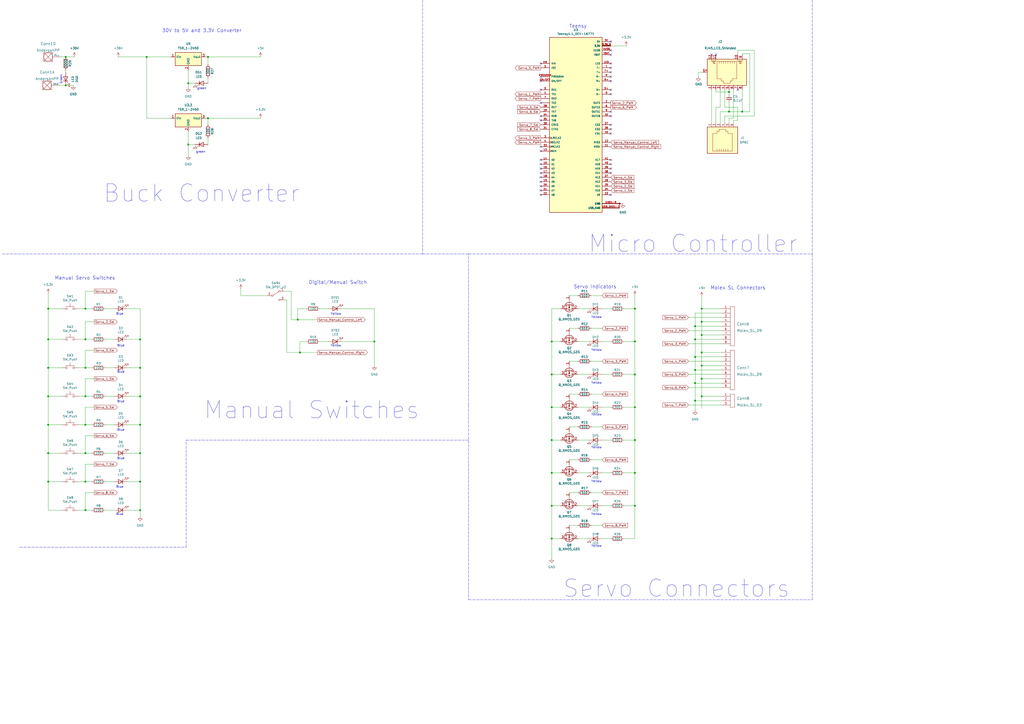
<source format=kicad_sch>
(kicad_sch (version 20211123) (generator eeschema)
  (paper "A2")
  (junction (at 320.04 236.22))
  (junction (at 27.94 196.85))
  (junction (at 120.65 68.58))
  (junction (at 320.04 255.27))
  (junction (at 403.225 189.23))
  (junction (at 49.53 246.38))
  (junction (at 368.3 293.37))
  (junction (at 49.53 262.89))
  (junction (at 49.53 295.91))
  (junction (at 422.91 64.77))
  (junction (at 81.28 279.4))
  (junction (at 320.04 198.12))
  (junction (at 403.225 196.85))
  (junction (at 407.035 194.31))
  (junction (at 368.3 198.12))
  (junction (at 173.99 204.47))
  (junction (at 320.04 217.17))
  (junction (at 49.53 196.85))
  (junction (at 49.53 229.87))
  (junction (at 403.225 222.25))
  (junction (at 407.035 204.47))
  (junction (at 217.17 198.12))
  (junction (at 81.28 229.87))
  (junction (at 407.035 219.71))
  (junction (at 109.22 48.26))
  (junction (at 368.3 217.17))
  (junction (at 49.53 279.4))
  (junction (at 422.91 53.34))
  (junction (at 407.035 179.07))
  (junction (at 407.035 186.69))
  (junction (at 320.04 274.32))
  (junction (at 27.94 262.89))
  (junction (at 368.3 255.27))
  (junction (at 368.3 179.07))
  (junction (at 81.28 295.91))
  (junction (at 120.65 33.02))
  (junction (at 368.3 236.22))
  (junction (at 359.41 118.11) (color 132 0 0 1))
  (junction (at 403.225 214.63))
  (junction (at 38.1 49.53))
  (junction (at 172.72 185.42))
  (junction (at 49.53 179.07))
  (junction (at 27.94 229.87))
  (junction (at 320.04 312.42))
  (junction (at 407.035 229.87))
  (junction (at 27.94 179.07))
  (junction (at 407.035 212.09))
  (junction (at 403.225 207.01))
  (junction (at 81.28 196.85))
  (junction (at 320.04 293.37))
  (junction (at 38.1 33.02))
  (junction (at 109.22 83.82))
  (junction (at 85.09 33.02))
  (junction (at 430.53 64.77))
  (junction (at 49.53 213.36))
  (junction (at 27.94 279.4))
  (junction (at 403.225 232.41))
  (junction (at 81.28 246.38))
  (junction (at 81.28 262.89))
  (junction (at 27.94 246.38))
  (junction (at 368.3 274.32))
  (junction (at 81.28 213.36))
  (junction (at 27.94 213.36))
  (no_connect (at 313.69 100.33))
  (no_connect (at 412.75 31.75))
  (no_connect (at 313.69 69.85))
  (no_connect (at 313.69 95.25))
  (no_connect (at 313.69 102.87))
  (no_connect (at 313.69 92.71))
  (no_connect (at 313.69 36.83))
  (no_connect (at 354.33 41.91))
  (no_connect (at 313.69 87.63))
  (no_connect (at 313.69 113.03))
  (no_connect (at 354.33 74.93))
  (no_connect (at 313.69 97.79))
  (no_connect (at 354.33 46.99))
  (no_connect (at 313.69 44.45))
  (no_connect (at 354.33 95.25))
  (no_connect (at 354.33 100.33))
  (no_connect (at 354.33 39.37))
  (no_connect (at 354.33 92.71))
  (no_connect (at 427.99 52.07))
  (no_connect (at 313.69 105.41))
  (no_connect (at 313.69 107.95))
  (no_connect (at 354.33 31.75))
  (no_connect (at 313.69 67.31))
  (no_connect (at 354.33 29.21))
  (no_connect (at 354.33 36.83))
  (no_connect (at 354.33 44.45))
  (no_connect (at 313.69 85.09))
  (no_connect (at 415.29 31.75))
  (no_connect (at 313.69 52.07))
  (no_connect (at 313.69 59.69))
  (no_connect (at 354.33 113.03))
  (no_connect (at 354.33 64.77))
  (no_connect (at 354.33 24.13))
  (no_connect (at 354.33 54.61))
  (no_connect (at 354.33 52.07))
  (no_connect (at 354.33 77.47))
  (no_connect (at 313.69 46.99))
  (no_connect (at 313.69 110.49))
  (no_connect (at 354.33 97.79))
  (no_connect (at 354.33 72.39))
  (no_connect (at 354.33 67.31))
  (wire (pts (xy 168.91 168.91) (xy 165.1 168.91)))
  (polyline (pts (xy 271.78 147.32) (xy 471.17 147.32)))
  (wire (pts (xy 109.22 40.64) (xy 109.22 48.26)))
  (wire (pts (xy 49.53 229.87) (xy 53.34 229.87)))
  (wire (pts (xy 412.75 52.07) (xy 412.75 71.12)))
  (wire (pts (xy 420.37 67.31) (xy 437.515 67.31)))
  (wire (pts (xy 320.04 236.22) (xy 320.04 255.27)))
  (wire (pts (xy 45.72 196.85) (xy 49.53 196.85)))
  (wire (pts (xy 418.465 181.61) (xy 403.225 181.61)))
  (wire (pts (xy 60.96 279.4) (xy 66.04 279.4)))
  (wire (pts (xy 325.12 198.12) (xy 320.04 198.12)))
  (wire (pts (xy 407.035 229.87) (xy 407.035 236.855)))
  (polyline (pts (xy 1.27 147.32) (xy 245.11 147.32)))
  (wire (pts (xy 418.465 234.95) (xy 399.415 234.95)))
  (wire (pts (xy 173.99 198.12) (xy 173.99 204.47)))
  (wire (pts (xy 120.65 72.39) (xy 120.65 68.58)))
  (wire (pts (xy 54.61 285.75) (xy 49.53 285.75)))
  (wire (pts (xy 35.56 213.36) (xy 27.94 213.36)))
  (wire (pts (xy 81.28 196.85) (xy 81.28 213.36)))
  (wire (pts (xy 330.2 228.6) (xy 335.28 228.6)))
  (wire (pts (xy 368.3 179.07) (xy 368.3 198.12)))
  (wire (pts (xy 166.37 173.99) (xy 165.1 173.99)))
  (wire (pts (xy 427.99 29.21) (xy 437.515 29.21)))
  (wire (pts (xy 38.1 49.53) (xy 34.925 49.53)))
  (wire (pts (xy 49.53 179.07) (xy 53.34 179.07)))
  (wire (pts (xy 120.65 68.58) (xy 151.13 68.58)))
  (wire (pts (xy 342.9 209.55) (xy 349.25 209.55)))
  (wire (pts (xy 27.94 246.38) (xy 27.94 229.87)))
  (polyline (pts (xy 245.11 0) (xy 245.11 147.32)))
  (wire (pts (xy 335.28 236.22) (xy 341.63 236.22)))
  (wire (pts (xy 330.2 285.75) (xy 335.28 285.75)))
  (wire (pts (xy 418.465 179.07) (xy 407.035 179.07)))
  (wire (pts (xy 434.975 64.77) (xy 430.53 64.77)))
  (wire (pts (xy 330.2 247.65) (xy 335.28 247.65)))
  (wire (pts (xy 73.66 213.36) (xy 81.28 213.36)))
  (wire (pts (xy 430.53 31.75) (xy 430.53 31.115)))
  (wire (pts (xy 418.465 212.09) (xy 407.035 212.09)))
  (wire (pts (xy 54.61 236.22) (xy 49.53 236.22)))
  (wire (pts (xy 325.12 179.07) (xy 320.04 179.07)))
  (wire (pts (xy 27.94 262.89) (xy 27.94 246.38)))
  (wire (pts (xy 368.3 179.07) (xy 368.3 171.45)))
  (wire (pts (xy 418.465 217.17) (xy 399.415 217.17)))
  (wire (pts (xy 407.035 212.09) (xy 407.035 219.71)))
  (wire (pts (xy 349.25 293.37) (xy 354.33 293.37)))
  (wire (pts (xy 320.04 255.27) (xy 320.04 274.32)))
  (wire (pts (xy 27.94 196.85) (xy 27.94 179.07)))
  (wire (pts (xy 349.25 255.27) (xy 354.33 255.27)))
  (wire (pts (xy 35.56 196.85) (xy 27.94 196.85)))
  (wire (pts (xy 45.72 262.89) (xy 49.53 262.89)))
  (wire (pts (xy 342.9 171.45) (xy 349.25 171.45)))
  (wire (pts (xy 403.225 196.85) (xy 403.225 207.01)))
  (wire (pts (xy 49.53 213.36) (xy 53.34 213.36)))
  (wire (pts (xy 45.72 246.38) (xy 49.53 246.38)))
  (wire (pts (xy 418.465 207.01) (xy 403.225 207.01)))
  (wire (pts (xy 363.22 26.67) (xy 354.33 26.67)))
  (wire (pts (xy 139.7 167.64) (xy 139.7 171.45)))
  (wire (pts (xy 27.94 295.91) (xy 27.94 279.4)))
  (wire (pts (xy 361.95 236.22) (xy 368.3 236.22)))
  (polyline (pts (xy 271.78 234.95) (xy 271.78 147.32)))
  (wire (pts (xy 185.42 179.07) (xy 190.5 179.07)))
  (wire (pts (xy 49.53 186.69) (xy 49.53 196.85)))
  (wire (pts (xy 27.94 279.4) (xy 27.94 262.89)))
  (wire (pts (xy 166.37 204.47) (xy 166.37 173.99)))
  (wire (pts (xy 417.83 64.77) (xy 417.83 71.12)))
  (wire (pts (xy 418.465 186.69) (xy 407.035 186.69)))
  (wire (pts (xy 166.37 204.47) (xy 173.99 204.47)))
  (wire (pts (xy 342.9 228.6) (xy 349.25 228.6)))
  (wire (pts (xy 415.29 62.23) (xy 415.29 71.12)))
  (wire (pts (xy 35.56 246.38) (xy 27.94 246.38)))
  (wire (pts (xy 81.28 262.89) (xy 81.28 279.4)))
  (wire (pts (xy 320.04 217.17) (xy 320.04 236.22)))
  (wire (pts (xy 119.38 33.02) (xy 120.65 33.02)))
  (wire (pts (xy 35.56 229.87) (xy 27.94 229.87)))
  (wire (pts (xy 73.66 279.4) (xy 81.28 279.4)))
  (wire (pts (xy 45.72 179.07) (xy 49.53 179.07)))
  (wire (pts (xy 49.53 295.91) (xy 53.34 295.91)))
  (wire (pts (xy 422.91 68.58) (xy 422.91 71.12)))
  (wire (pts (xy 109.22 83.82) (xy 113.03 83.82)))
  (wire (pts (xy 342.9 285.75) (xy 349.25 285.75)))
  (wire (pts (xy 422.91 53.34) (xy 422.91 54.61)))
  (wire (pts (xy 320.04 179.07) (xy 320.04 198.12)))
  (wire (pts (xy 325.12 293.37) (xy 320.04 293.37)))
  (wire (pts (xy 60.96 295.91) (xy 66.04 295.91)))
  (wire (pts (xy 415.29 53.34) (xy 422.91 53.34)))
  (wire (pts (xy 73.66 262.89) (xy 81.28 262.89)))
  (wire (pts (xy 330.2 209.55) (xy 335.28 209.55)))
  (wire (pts (xy 45.72 213.36) (xy 49.53 213.36)))
  (wire (pts (xy 420.37 62.23) (xy 427.99 62.23)))
  (wire (pts (xy 120.65 83.82) (xy 120.65 80.01)))
  (wire (pts (xy 198.12 179.07) (xy 217.17 179.07)))
  (wire (pts (xy 335.28 198.12) (xy 341.63 198.12)))
  (wire (pts (xy 45.72 295.91) (xy 49.53 295.91)))
  (wire (pts (xy 418.465 204.47) (xy 407.035 204.47)))
  (wire (pts (xy 54.61 219.71) (xy 49.53 219.71)))
  (wire (pts (xy 407.035 172.085) (xy 407.035 179.07)))
  (wire (pts (xy 81.28 279.4) (xy 81.28 295.91)))
  (wire (pts (xy 81.28 229.87) (xy 81.28 246.38)))
  (wire (pts (xy 335.28 274.32) (xy 341.63 274.32)))
  (wire (pts (xy 54.61 186.69) (xy 49.53 186.69)))
  (wire (pts (xy 368.3 312.42) (xy 368.3 293.37)))
  (wire (pts (xy 325.12 217.17) (xy 320.04 217.17)))
  (wire (pts (xy 418.465 232.41) (xy 403.225 232.41)))
  (wire (pts (xy 35.56 279.4) (xy 27.94 279.4)))
  (wire (pts (xy 120.65 33.02) (xy 151.13 33.02)))
  (wire (pts (xy 49.53 246.38) (xy 53.34 246.38)))
  (wire (pts (xy 427.99 69.85) (xy 425.45 69.85)))
  (wire (pts (xy 173.99 204.47) (xy 184.15 204.47)))
  (wire (pts (xy 217.17 179.07) (xy 217.17 198.12)))
  (wire (pts (xy 109.22 48.26) (xy 109.22 50.8)))
  (wire (pts (xy 81.28 179.07) (xy 81.28 196.85)))
  (wire (pts (xy 425.45 52.07) (xy 425.45 68.58)))
  (wire (pts (xy 418.465 189.23) (xy 403.225 189.23)))
  (wire (pts (xy 60.96 213.36) (xy 66.04 213.36)))
  (wire (pts (xy 418.465 199.39) (xy 399.415 199.39)))
  (wire (pts (xy 422.91 64.77) (xy 430.53 64.77)))
  (wire (pts (xy 154.94 171.45) (xy 139.7 171.45)))
  (wire (pts (xy 109.22 48.26) (xy 113.03 48.26)))
  (wire (pts (xy 168.91 168.91) (xy 168.91 185.42)))
  (wire (pts (xy 109.22 83.82) (xy 109.22 90.17)))
  (wire (pts (xy 49.53 219.71) (xy 49.53 229.87)))
  (wire (pts (xy 73.66 179.07) (xy 81.28 179.07)))
  (wire (pts (xy 85.09 68.58) (xy 85.09 33.02)))
  (wire (pts (xy 342.9 190.5) (xy 349.25 190.5)))
  (wire (pts (xy 217.17 198.12) (xy 198.12 198.12)))
  (wire (pts (xy 415.29 52.07) (xy 415.29 53.34)))
  (wire (pts (xy 403.225 189.23) (xy 403.225 196.85)))
  (wire (pts (xy 68.58 33.02) (xy 85.09 33.02)))
  (wire (pts (xy 418.465 191.77) (xy 399.415 191.77)))
  (wire (pts (xy 49.53 269.24) (xy 49.53 279.4)))
  (wire (pts (xy 54.61 203.2) (xy 49.53 203.2)))
  (wire (pts (xy 368.3 236.22) (xy 368.3 217.17)))
  (wire (pts (xy 38.1 40.64) (xy 38.1 41.91)))
  (polyline (pts (xy 271.78 234.95) (xy 271.78 347.98)))
  (wire (pts (xy 60.96 179.07) (xy 66.04 179.07)))
  (wire (pts (xy 325.12 312.42) (xy 320.04 312.42)))
  (wire (pts (xy 81.28 246.38) (xy 81.28 262.89)))
  (wire (pts (xy 38.1 33.02) (xy 43.18 33.02)))
  (wire (pts (xy 81.28 295.91) (xy 81.28 299.72)))
  (wire (pts (xy 342.9 266.7) (xy 349.25 266.7)))
  (wire (pts (xy 49.53 279.4) (xy 53.34 279.4)))
  (wire (pts (xy 418.465 209.55) (xy 399.415 209.55)))
  (wire (pts (xy 427.99 62.23) (xy 427.99 69.85)))
  (wire (pts (xy 330.2 171.45) (xy 335.28 171.45)))
  (wire (pts (xy 417.83 62.23) (xy 415.29 62.23)))
  (wire (pts (xy 60.96 246.38) (xy 66.04 246.38)))
  (wire (pts (xy 335.28 293.37) (xy 341.63 293.37)))
  (wire (pts (xy 60.96 229.87) (xy 66.04 229.87)))
  (wire (pts (xy 359.41 118.11) (xy 359.41 120.65)) (stroke (width 0) (color 132 0 0 1)))
  (wire (pts (xy 359.41 118.11) (xy 361.315 118.11)) (stroke (width 0) (color 132 0 0 1)))
  (wire (pts (xy 425.45 69.85) (xy 425.45 71.12)))
  (polyline (pts (xy 11.43 317.5) (xy 107.95 317.5)))
  (wire (pts (xy 349.25 217.17) (xy 354.33 217.17)))
  (wire (pts (xy 361.95 198.12) (xy 368.3 198.12)))
  (polyline (pts (xy 471.17 347.98) (xy 471.17 147.32)))
  (wire (pts (xy 418.465 229.87) (xy 407.035 229.87)))
  (wire (pts (xy 330.2 190.5) (xy 335.28 190.5)))
  (wire (pts (xy 35.56 295.91) (xy 27.94 295.91)))
  (wire (pts (xy 109.22 76.2) (xy 109.22 83.82)))
  (wire (pts (xy 27.94 229.87) (xy 27.94 213.36)))
  (wire (pts (xy 417.83 52.07) (xy 417.83 62.23)))
  (wire (pts (xy 119.38 68.58) (xy 120.65 68.58)))
  (wire (pts (xy 73.66 295.91) (xy 81.28 295.91)))
  (wire (pts (xy 361.95 293.37) (xy 368.3 293.37)))
  (wire (pts (xy 368.3 217.17) (xy 368.3 198.12)))
  (wire (pts (xy 403.225 232.41) (xy 403.225 238.125)))
  (wire (pts (xy 422.91 52.07) (xy 422.91 53.34)))
  (wire (pts (xy 320.04 198.12) (xy 320.04 217.17)))
  (wire (pts (xy 342.9 304.8) (xy 349.25 304.8)))
  (wire (pts (xy 418.465 214.63) (xy 403.225 214.63)))
  (wire (pts (xy 349.25 179.07) (xy 354.33 179.07)))
  (wire (pts (xy 422.91 64.77) (xy 417.83 64.77)))
  (wire (pts (xy 177.8 198.12) (xy 173.99 198.12)))
  (wire (pts (xy 54.61 252.73) (xy 49.53 252.73)))
  (wire (pts (xy 361.95 255.27) (xy 368.3 255.27)))
  (wire (pts (xy 54.61 168.91) (xy 49.53 168.91)))
  (wire (pts (xy 368.3 255.27) (xy 368.3 236.22)))
  (wire (pts (xy 185.42 198.12) (xy 190.5 198.12)))
  (wire (pts (xy 320.04 274.32) (xy 320.04 293.37)))
  (wire (pts (xy 405.13 44.45) (xy 405.13 41.91)))
  (wire (pts (xy 361.95 179.07) (xy 368.3 179.07)))
  (wire (pts (xy 368.3 274.32) (xy 368.3 255.27)))
  (wire (pts (xy 361.95 217.17) (xy 368.3 217.17)))
  (wire (pts (xy 45.72 229.87) (xy 49.53 229.87)))
  (wire (pts (xy 49.53 252.73) (xy 49.53 262.89)))
  (wire (pts (xy 349.25 236.22) (xy 354.33 236.22)))
  (wire (pts (xy 418.465 184.15) (xy 399.415 184.15)))
  (wire (pts (xy 434.975 31.115) (xy 434.975 64.77)))
  (wire (pts (xy 330.2 304.8) (xy 335.28 304.8)))
  (wire (pts (xy 407.035 204.47) (xy 407.035 212.09)))
  (wire (pts (xy 403.225 214.63) (xy 403.225 222.25)))
  (wire (pts (xy 335.28 179.07) (xy 341.63 179.07)))
  (wire (pts (xy 81.28 213.36) (xy 81.28 229.87)))
  (wire (pts (xy 420.37 52.07) (xy 420.37 62.23)))
  (wire (pts (xy 403.225 222.25) (xy 403.225 232.41)))
  (wire (pts (xy 349.25 312.42) (xy 354.33 312.42)))
  (wire (pts (xy 407.035 194.31) (xy 407.035 204.47)))
  (wire (pts (xy 49.53 196.85) (xy 53.34 196.85)))
  (wire (pts (xy 45.72 279.4) (xy 49.53 279.4)))
  (wire (pts (xy 418.465 194.31) (xy 407.035 194.31)))
  (polyline (pts (xy 471.17 0) (xy 471.17 147.32)))
  (wire (pts (xy 325.12 255.27) (xy 320.04 255.27)))
  (wire (pts (xy 168.91 185.42) (xy 172.72 185.42)))
  (wire (pts (xy 217.17 198.12) (xy 217.17 212.09)))
  (wire (pts (xy 407.035 186.69) (xy 407.035 194.31)))
  (wire (pts (xy 425.45 68.58) (xy 422.91 68.58)))
  (wire (pts (xy 73.66 229.87) (xy 81.28 229.87)))
  (wire (pts (xy 361.95 274.32) (xy 368.3 274.32)))
  (wire (pts (xy 85.09 33.02) (xy 99.06 33.02)))
  (polyline (pts (xy 271.78 347.98) (xy 471.17 347.98)))
  (wire (pts (xy 437.515 29.21) (xy 437.515 67.31)))
  (wire (pts (xy 49.53 203.2) (xy 49.53 213.36)))
  (wire (pts (xy 330.2 266.7) (xy 335.28 266.7)))
  (wire (pts (xy 420.37 67.31) (xy 420.37 71.12)))
  (wire (pts (xy 418.465 196.85) (xy 403.225 196.85)))
  (wire (pts (xy 35.56 262.89) (xy 27.94 262.89)))
  (wire (pts (xy 172.72 179.07) (xy 172.72 185.42)))
  (wire (pts (xy 418.465 222.25) (xy 403.225 222.25)))
  (wire (pts (xy 172.72 185.42) (xy 184.15 185.42)))
  (wire (pts (xy 405.13 41.91) (xy 407.67 41.91)))
  (wire (pts (xy 60.96 196.85) (xy 66.04 196.85)))
  (wire (pts (xy 325.12 236.22) (xy 320.04 236.22)))
  (polyline (pts (xy 271.78 147.32) (xy 245.11 147.32)))
  (wire (pts (xy 177.8 179.07) (xy 172.72 179.07)))
  (wire (pts (xy 418.465 219.71) (xy 407.035 219.71)))
  (wire (pts (xy 427.99 31.75) (xy 427.99 29.21)))
  (wire (pts (xy 349.25 198.12) (xy 354.33 198.12)))
  (wire (pts (xy 418.465 224.79) (xy 399.415 224.79)))
  (wire (pts (xy 49.53 236.22) (xy 49.53 246.38)))
  (wire (pts (xy 85.09 68.58) (xy 99.06 68.58)))
  (wire (pts (xy 422.91 59.69) (xy 422.91 64.77)))
  (wire (pts (xy 35.56 179.07) (xy 27.94 179.07)))
  (wire (pts (xy 403.225 189.23) (xy 403.225 181.61)))
  (wire (pts (xy 342.9 247.65) (xy 349.25 247.65)))
  (wire (pts (xy 320.04 312.42) (xy 320.04 323.85)))
  (wire (pts (xy 407.035 219.71) (xy 407.035 229.87)))
  (wire (pts (xy 335.28 217.17) (xy 341.63 217.17)))
  (wire (pts (xy 27.94 213.36) (xy 27.94 196.85)))
  (wire (pts (xy 73.66 246.38) (xy 81.28 246.38)))
  (wire (pts (xy 407.035 179.07) (xy 407.035 186.69)))
  (wire (pts (xy 35.56 33.02) (xy 38.1 33.02)))
  (wire (pts (xy 38.1 49.53) (xy 42.545 49.53)))
  (wire (pts (xy 430.53 64.77) (xy 430.53 52.07)))
  (wire (pts (xy 120.65 37.465) (xy 120.65 33.02)))
  (wire (pts (xy 335.28 255.27) (xy 341.63 255.27)))
  (polyline (pts (xy 107.95 317.5) (xy 107.95 255.27)))
  (wire (pts (xy 120.65 48.26) (xy 120.65 45.085)))
  (wire (pts (xy 54.61 269.24) (xy 49.53 269.24)))
  (wire (pts (xy 320.04 293.37) (xy 320.04 312.42)))
  (wire (pts (xy 49.53 168.91) (xy 49.53 179.07)))
  (wire (pts (xy 27.94 179.07) (xy 27.94 170.18)))
  (wire (pts (xy 60.96 262.89) (xy 66.04 262.89)))
  (polyline (pts (xy 107.95 255.27) (xy 271.78 255.27)))
  (wire (pts (xy 361.95 312.42) (xy 368.3 312.42)))
  (wire (pts (xy 73.66 196.85) (xy 81.28 196.85)))
  (wire (pts (xy 430.53 31.115) (xy 434.975 31.115)))
  (wire (pts (xy 349.25 274.32) (xy 354.33 274.32)))
  (wire (pts (xy 49.53 285.75) (xy 49.53 295.91)))
  (wire (pts (xy 403.225 207.01) (xy 403.225 214.63)))
  (wire (pts (xy 49.53 262.89) (xy 53.34 262.89)))
  (wire (pts (xy 335.28 312.42) (xy 341.63 312.42)))
  (wire (pts (xy 368.3 293.37) (xy 368.3 274.32)))
  (wire (pts (xy 325.12 274.32) (xy 320.04 274.32)))
  (text "Yellow" (at 342.9 241.3 0) (effects (font (size 1.27 1.27)) (justify left bottom)))
  (text "Servo Indicators" (at 332.74 167.64 0) (effects (font (size 2.0066 2.0066)) (justify left bottom)))
  (text "Blue" (at 67.31 283.21 0) (effects (font (size 1.27 1.27)) (justify left bottom)))
  (text "Teensy" (at 330.2 16.51 0) (effects (font (size 2.0066 2.0066)) (justify left bottom)))
  (text "Manual Servo Switches" (at 31.75 162.56 0) (effects (font (size 2.0066 2.0066)) (justify left bottom)))
  (text "Molex SL Connectors" (at 412.115 168.275 0) (effects (font (size 2.0066 2.0066)) (justify left bottom)))
  (text "Yellow" (at 191.77 201.295 0) (effects (font (size 1.27 1.27)) (justify left bottom)))
  (text "Yellow" (at 342.9 317.5 0) (effects (font (size 1.27 1.27)) (justify left bottom)))
  (text "Buck Converter" (at 59.69 118.11 0) (effects (font (size 10 10)) (justify left bottom)))
  (text "green" (at 113.665 88.9 0) (effects (font (size 1.27 1.27)) (justify left bottom)))
  (text "Yellow" (at 342.9 222.885 0) (effects (font (size 1.27 1.27)) (justify left bottom)))
  (text "Blue" (at 67.945 266.7 0) (effects (font (size 1.27 1.27)) (justify left bottom)))
  (text "Micro Controller" (at 340.995 147.32 0) (effects (font (size 10 10)) (justify left bottom)))
  (text "Blue" (at 67.31 182.88 0) (effects (font (size 1.27 1.27)) (justify left bottom)))
  (text "Yellow" (at 191.77 182.88 0) (effects (font (size 1.27 1.27)) (justify left bottom)))
  (text "Blue" (at 67.945 233.68 0) (effects (font (size 1.27 1.27)) (justify left bottom)))
  (text "30V to 5V and 3.3V Converter" (at 93.98 19.05 0) (effects (font (size 2.0066 2.0066)) (justify left bottom)))
  (text "Blue" (at 67.945 250.19 0) (effects (font (size 1.27 1.27)) (justify left bottom)))
  (text "Yellow" (at 342.9 280.035 0) (effects (font (size 1.27 1.27)) (justify left bottom)))
  (text "Manual Switches" (at 118.11 243.84 0) (effects (font (size 10 10)) (justify left bottom)))
  (text "Digital/Manual Switch" (at 179.07 165.1 0) (effects (font (size 2.0066 2.0066)) (justify left bottom)))
  (text "Yellow" (at 342.9 299.085 0) (effects (font (size 1.27 1.27)) (justify left bottom)))
  (text "Green\n" (at 36.195 43.18 270) (effects (font (size 1.27 1.27)) (justify right bottom)))
  (text "Blue" (at 67.31 299.085 0) (effects (font (size 1.27 1.27)) (justify left bottom)))
  (text "Blue" (at 67.945 201.295 0) (effects (font (size 1.27 1.27)) (justify left bottom)))
  (text "Blue" (at 67.945 216.535 0) (effects (font (size 1.27 1.27)) (justify left bottom)))
  (text "green" (at 114.3 52.07 0) (effects (font (size 1.27 1.27)) (justify left bottom)))
  (text "Servo Connectors" (at 326.39 347.345 0) (effects (font (size 10 10)) (justify left bottom)))
  (text "Yellow" (at 342.9 203.835 0) (effects (font (size 1.27 1.27)) (justify left bottom)))
  (text "Yellow" (at 342.9 260.35 0) (effects (font (size 1.27 1.27)) (justify left bottom)))
  (text "Yellow" (at 342.9 184.785 0) (effects (font (size 1.27 1.27)) (justify left bottom)))
  (global_label "Servo_8_SW" (shape input) (at 313.69 74.93 180) (property "Intersheet References" "${INTERSHEET_REFS}" (effects hide)))
  (global_label "Servo_Manual_Control_Left" (shape output) (at 184.15 185.42 0) (property "Intersheet References" "${INTERSHEET_REFS}" (effects hide)))
  (global_label "Servo_1_PWM" (shape input) (at 399.415 184.15 180) (property "Intersheet References" "${INTERSHEET_REFS}" (effects hide)))
  (global_label "Servo_8_SW" (shape output) (at 54.61 285.75 0) (property "Intersheet References" "${INTERSHEET_REFS}" (effects hide)))
  (global_label "Servo_Manual_Control_Right" (shape input) (at 354.33 85.09 0) (property "Intersheet References" "${INTERSHEET_REFS}" (effects hide)))
  (global_label "Servo_7_PWM" (shape input) (at 349.25 285.75 0) (property "Intersheet References" "${INTERSHEET_REFS}" (effects hide)))
  (global_label "Servo_1_SW" (shape output) (at 54.61 168.91 0) (property "Intersheet References" "${INTERSHEET_REFS}" (effects hide)))
  (global_label "Servo_4_PWM" (shape input) (at 349.25 228.6 0) (property "Intersheet References" "${INTERSHEET_REFS}" (effects hide)))
  (global_label "Servo_2_SW" (shape output) (at 54.61 186.69 0) (property "Intersheet References" "${INTERSHEET_REFS}" (effects hide)))
  (global_label "Servo_3_PWM" (shape input) (at 349.25 209.55 0) (property "Intersheet References" "${INTERSHEET_REFS}" (effects hide)))
  (global_label "Servo_6_PWM" (shape output) (at 354.33 62.23 0) (property "Intersheet References" "${INTERSHEET_REFS}" (effects hide)))
  (global_label "Servo_2_PWM" (shape input) (at 399.415 191.77 180) (property "Intersheet References" "${INTERSHEET_REFS}" (effects hide)))
  (global_label "Servo_6_PWM" (shape input) (at 399.415 224.79 180) (property "Intersheet References" "${INTERSHEET_REFS}" (effects hide)))
  (global_label "Servo_3_PWM" (shape input) (at 399.415 199.39 180) (property "Intersheet References" "${INTERSHEET_REFS}" (effects hide)))
  (global_label "Servo_4_PWM" (shape output) (at 313.69 82.55 180) (property "Intersheet References" "${INTERSHEET_REFS}" (effects hide)))
  (global_label "Servo_5_SW" (shape output) (at 54.61 236.22 0) (property "Intersheet References" "${INTERSHEET_REFS}" (effects hide)))
  (global_label "Servo_5_SW" (shape input) (at 313.69 62.23 180) (property "Intersheet References" "${INTERSHEET_REFS}" (effects hide)))
  (global_label "Servo_5_PWM" (shape input) (at 399.415 217.17 180) (property "Intersheet References" "${INTERSHEET_REFS}" (effects hide)))
  (global_label "Servo_7_PWM" (shape input) (at 399.415 234.95 180) (property "Intersheet References" "${INTERSHEET_REFS}" (effects hide)))
  (global_label "Servo_7_SW" (shape input) (at 313.69 72.39 180) (property "Intersheet References" "${INTERSHEET_REFS}" (effects hide)))
  (global_label "Servo_Manual_Control_Right" (shape output) (at 184.15 204.47 0) (property "Intersheet References" "${INTERSHEET_REFS}" (effects hide)))
  (global_label "Servo_8_PWM" (shape input) (at 349.25 304.8 0) (property "Intersheet References" "${INTERSHEET_REFS}" (effects hide)))
  (global_label "Servo_4_SW" (shape input) (at 354.33 102.87 0) (property "Intersheet References" "${INTERSHEET_REFS}" (effects hide)))
  (global_label "Servo_6_SW" (shape input) (at 313.69 64.77 180) (property "Intersheet References" "${INTERSHEET_REFS}" (effects hide)))
  (global_label "Servo_3_SW" (shape input) (at 354.33 105.41 0) (property "Intersheet References" "${INTERSHEET_REFS}" (effects hide)))
  (global_label "Servo_3_PWM" (shape output) (at 313.69 80.01 180) (property "Intersheet References" "${INTERSHEET_REFS}" (effects hide)))
  (global_label "Servo_4_SW" (shape output) (at 54.61 219.71 0) (property "Intersheet References" "${INTERSHEET_REFS}" (effects hide)))
  (global_label "Servo_6_PWM" (shape input) (at 349.25 266.7 0) (property "Intersheet References" "${INTERSHEET_REFS}" (effects hide)))
  (global_label "Servo_Manual_Control_Left" (shape input) (at 354.33 82.55 0) (property "Intersheet References" "${INTERSHEET_REFS}" (effects hide)))
  (global_label "Servo_7_PWM" (shape output) (at 313.69 57.15 180) (property "Intersheet References" "${INTERSHEET_REFS}" (effects hide)))
  (global_label "Servo_2_SW" (shape input) (at 354.33 107.95 0) (property "Intersheet References" "${INTERSHEET_REFS}" (effects hide)))
  (global_label "Servo_1_PWM" (shape output) (at 313.69 54.61 180) (property "Intersheet References" "${INTERSHEET_REFS}" (effects hide)))
  (global_label "Servo_5_PWM" (shape input) (at 349.25 247.65 0) (property "Intersheet References" "${INTERSHEET_REFS}" (effects hide)))
  (global_label "Servo_1_PWM" (shape input) (at 349.25 171.45 0) (property "Intersheet References" "${INTERSHEET_REFS}" (effects hide)))
  (global_label "Servo_7_SW" (shape output) (at 54.61 269.24 0) (property "Intersheet References" "${INTERSHEET_REFS}" (effects hide)))
  (global_label "Servo_1_SW" (shape input) (at 354.33 110.49 0) (property "Intersheet References" "${INTERSHEET_REFS}" (effects hide)))
  (global_label "Servo_5_PWM" (shape output) (at 313.69 39.37 180) (property "Intersheet References" "${INTERSHEET_REFS}" (effects hide)))
  (global_label "Servo_3_SW" (shape output) (at 54.61 203.2 0) (property "Intersheet References" "${INTERSHEET_REFS}" (effects hide)))
  (global_label "Servo_2_PWM" (shape input) (at 349.25 190.5 0) (property "Intersheet References" "${INTERSHEET_REFS}" (effects hide)))
  (global_label "Servo_4_PWM" (shape input) (at 399.415 209.55 180) (property "Intersheet References" "${INTERSHEET_REFS}" (effects hide)))
  (global_label "Servo_6_SW" (shape output) (at 54.61 252.73 0) (property "Intersheet References" "${INTERSHEET_REFS}" (effects hide)))
  (global_label "Servo_2_PWM" (shape output) (at 354.33 59.69 0) (property "Intersheet References" "${INTERSHEET_REFS}" (effects hide)))
  (symbol (lib_id "Device:Q_NMOS_GDS") (at 330.2 309.88 270) (unit 1)
    (property "Reference" "Q8" (at 330.2 316.2046 90))
    (property "Value" "Q_NMOS_GDS" (at 330.2 318.516 90))
    (property "Footprint" "Package_TO_SOT_SMD:SOT-23" (effects hide))
  )
  (symbol (lib_id "power:GND") (at 320.04 323.85 0) (unit 1)
    (property "Reference" "#PWR05" (effects hide))
    (property "Value" "GND" (at 320.04 328.93 0))
  )
  (symbol (lib_id "Device:R") (at 57.15 196.85 270) (unit 1)
    (property "Reference" "R2" (at 57.15 194.31 90))
    (property "Value" "100" (at 57.15 196.85 90))
    (property "Footprint" "Resistor_SMD:R_0603_1608Metric_Pad0.98x0.95mm_HandSolder" (effects hide))
  )
  (symbol (lib_id "Device:R") (at 358.14 179.07 270) (unit 1)
    (property "Reference" "R19" (at 358.14 176.53 90))
    (property "Value" "300" (at 358.14 179.07 90))
    (property "Footprint" "Resistor_SMD:R_0603_1608Metric_Pad0.98x0.95mm_HandSolder" (effects hide))
  )
  (symbol (lib_id "power:+3.3V") (at 151.13 68.58 0) (unit 1)
    (property "Reference" "#PWR0106" (effects hide))
    (property "Value" "+3.3V" (at 151.13 63.5 0))
  )
  (symbol (lib_id "Switch:SW_Push") (at 40.64 279.4 0) (unit 1)
    (property "Reference" "SW7" (at 40.64 272.161 0))
    (property "Value" "SW_Push" (at 40.64 274.4724 0))
    (property "Footprint" "Button_Switch_SMD:SW_SPST_EVPBF" (effects hide))
  )
  (symbol (lib_id "Device:LED") (at 69.85 179.07 180) (unit 1)
    (property "Reference" "D1" (at 70.0278 172.593 0))
    (property "Value" "LED" (at 70.0278 174.9044 0))
    (property "Footprint" "LED_SMD:LED_0603_1608Metric_Pad1.05x0.95mm_HandSolder" (effects hide))
  )
  (symbol (lib_id "Device:Q_NMOS_GDS") (at 330.2 271.78 270) (unit 1)
    (property "Reference" "Q6" (at 330.2 278.1046 90))
    (property "Value" "Q_NMOS_GDS" (at 330.2 280.416 90))
    (property "Footprint" "Package_TO_SOT_SMD:SOT-23" (effects hide))
  )
  (symbol (lib_id "MRDT_Connectors:Molex_SL_03") (at 423.545 236.22 0) (unit 1)
    (property "Reference" "Conn8" (at 427.355 231.14 0) (effects (font (size 1.524 1.524)) (justify left)))
    (property "Value" "Molex_SL_03" (at 427.355 234.95 0) (effects (font (size 1.524 1.524)) (justify left)))
  )
  (symbol (lib_id "power:GND") (at 109.22 50.8 0) (unit 1)
    (property "Reference" "#PWR0105" (effects hide))
    (property "Value" "GND" (at 109.22 55.88 0))
  )
  (symbol (lib_id "Device:R") (at 181.61 179.07 270) (unit 1)
    (property "Reference" "R9" (at 181.61 176.53 90))
    (property "Value" "100" (at 181.61 179.07 90))
    (property "Footprint" "Resistor_SMD:R_0603_1608Metric_Pad0.98x0.95mm_HandSolder" (effects hide))
  )
  (symbol (lib_id "Device:LED") (at 116.84 48.26 0) (unit 1)
    (property "Reference" "DG1" (at 115.2525 41.91 0))
    (property "Value" "LED" (at 115.2525 44.45 0))
  )
  (symbol (lib_id "Regulator_Switching:TSR_1-2450") (at 109.22 35.56 0) (unit 1)
    (property "Reference" "U5" (at 109.22 25.4 0))
    (property "Value" "TSR_1-2450" (at 109.22 27.94 0))
    (property "Footprint" "Converter_DCDC:Converter_DCDC_TRACO_TSR-1_THT" (effects hide))
    (property "Datasheet" "http://www.tracopower.com/products/tsr1.pdf" (effects hide))
  )
  (symbol (lib_id "Device:LED") (at 345.44 293.37 0) (unit 1)
    (property "Reference" "DY7" (at 345.44 290.83 0))
    (property "Value" "LED" (at 345.44 295.91 0))
    (property "Footprint" "LED_SMD:LED_0603_1608Metric_Pad1.05x0.95mm_HandSolder" (effects hide))
  )
  (symbol (lib_id "Device:Q_NMOS_GDS") (at 330.2 195.58 270) (unit 1)
    (property "Reference" "Q2" (at 330.2 201.9046 90))
    (property "Value" "Q_NMOS_GDS" (at 330.2 204.216 90))
    (property "Footprint" "Package_TO_SOT_SMD:SOT-23" (effects hide))
  )
  (symbol (lib_id "Device:R") (at 358.14 293.37 270) (unit 1)
    (property "Reference" "R25" (at 358.14 290.83 90))
    (property "Value" "300" (at 358.14 293.37 90))
    (property "Footprint" "Resistor_SMD:R_0603_1608Metric_Pad0.98x0.95mm_HandSolder" (effects hide))
  )
  (symbol (lib_id "power:+3.3V") (at 27.94 170.18 0) (unit 1)
    (property "Reference" "#PWR01" (effects hide))
    (property "Value" "+3.3V" (at 27.94 165.1 0))
  )
  (symbol (lib_id "Device:R") (at 358.14 274.32 270) (unit 1)
    (property "Reference" "R24" (at 358.14 271.78 90))
    (property "Value" "300" (at 358.14 274.32 90))
    (property "Footprint" "Resistor_SMD:R_0603_1608Metric_Pad0.98x0.95mm_HandSolder" (effects hide))
  )
  (symbol (lib_id "Device:LED") (at 345.44 255.27 0) (unit 1)
    (property "Reference" "DY5" (at 345.44 252.73 0))
    (property "Value" "LED" (at 345.44 257.81 0))
    (property "Footprint" "LED_SMD:LED_0603_1608Metric_Pad1.05x0.95mm_HandSolder" (effects hide))
  )
  (symbol (lib_id "Device:R") (at 339.09 266.7 270) (unit 1)
    (property "Reference" "R16" (at 339.09 264.16 90))
    (property "Value" "510" (at 339.09 266.7 90))
    (property "Footprint" "Resistor_SMD:R_0603_1608Metric_Pad0.98x0.95mm_HandSolder" (effects hide))
  )
  (symbol (lib_id "Device:Q_NMOS_GDS") (at 330.2 214.63 270) (unit 1)
    (property "Reference" "Q3" (at 330.2 220.9546 90))
    (property "Value" "Q_NMOS_GDS" (at 330.2 223.266 90))
    (property "Footprint" "Package_TO_SOT_SMD:SOT-23" (effects hide))
  )
  (symbol (lib_id "Device:R") (at 38.1 36.83 180) (unit 1)
    (property "Reference" "R29" (at 40.64 36.83 90))
    (property "Value" "3000" (at 38.1 36.83 90))
    (property "Footprint" "Resistor_SMD:R_0603_1608Metric_Pad0.98x0.95mm_HandSolder" (effects hide))
  )
  (symbol (lib_id "Device:R") (at 120.65 76.2 180) (unit 1)
    (property "Reference" "R28" (at 123.19 76.2 90))
    (property "Value" "100" (at 120.65 76.2 90))
    (property "Footprint" "Resistor_SMD:R_0603_1608Metric_Pad0.98x0.95mm_HandSolder" (effects hide))
  )
  (symbol (lib_id "Device:LED") (at 345.44 274.32 0) (unit 1)
    (property "Reference" "DY6" (at 345.44 271.78 0))
    (property "Value" "LED" (at 345.44 276.86 0))
    (property "Footprint" "LED_SMD:LED_0603_1608Metric_Pad1.05x0.95mm_HandSolder" (effects hide))
  )
  (symbol (lib_id "MRDT_Connectors:AndersonPP") (at 24.765 52.07 0) (unit 1)
    (property "Reference" "Conn1" (at 27.305 41.91 0) (effects (font (size 1.524 1.524))))
    (property "Value" "AndersonPP" (at 27.305 45.72 0) (effects (font (size 1.524 1.524))))
    (property "Footprint" "MRDT_Connectors:Square_Anderson_2_H_Side_By_Side_PV" (effects hide))
  )
  (symbol (lib_id "Device:R") (at 358.14 198.12 270) (unit 1)
    (property "Reference" "R20" (at 358.14 195.58 90))
    (property "Value" "300" (at 358.14 198.12 90))
    (property "Footprint" "Resistor_SMD:R_0603_1608Metric_Pad0.98x0.95mm_HandSolder" (effects hide))
  )
  (symbol (lib_id "Device:R") (at 57.15 279.4 270) (unit 1)
    (property "Reference" "R7" (at 57.15 276.86 90))
    (property "Value" "100" (at 57.15 279.4 90))
    (property "Footprint" "Resistor_SMD:R_0603_1608Metric_Pad0.98x0.95mm_HandSolder" (effects hide))
  )
  (symbol (lib_id "Device:LED") (at 345.44 179.07 0) (unit 1)
    (property "Reference" "DY1" (at 345.44 176.53 0))
    (property "Value" "LED" (at 345.44 181.61 0))
    (property "Footprint" "LED_SMD:LED_0603_1608Metric_Pad1.05x0.95mm_HandSolder" (effects hide))
  )
  (symbol (lib_id "power:+5V") (at 151.13 33.02 0) (unit 1)
    (property "Reference" "#PWR0107" (effects hide))
    (property "Value" "+5V" (at 151.13 27.94 0))
  )
  (symbol (lib_id "Device:LED") (at 69.85 279.4 180) (unit 1)
    (property "Reference" "D7" (at 70.0278 272.923 0))
    (property "Value" "LED" (at 70.0278 275.2344 0))
    (property "Footprint" "LED_SMD:LED_0603_1608Metric_Pad1.05x0.95mm_HandSolder" (effects hide))
  )
  (symbol (lib_id "power:GND") (at 42.545 49.53 0) (unit 1)
    (property "Reference" "#PWR0101" (effects hide))
    (property "Value" "GND" (at 42.545 54.61 0))
  )
  (symbol (lib_id "Switch:SW_Push") (at 40.64 229.87 0) (unit 1)
    (property "Reference" "SW4" (at 40.64 222.631 0))
    (property "Value" "SW_Push" (at 40.64 224.9424 0))
    (property "Footprint" "Button_Switch_SMD:SW_SPST_EVPBF" (effects hide))
  )
  (symbol (lib_id "Device:LED") (at 194.31 198.12 180) (unit 1)
    (property "Reference" "DY02" (at 194.4878 191.643 0))
    (property "Value" "LED" (at 194.4878 193.9544 0))
    (property "Footprint" "LED_SMD:LED_0603_1608Metric_Pad1.05x0.95mm_HandSolder" (effects hide))
  )
  (symbol (lib_id "Device:Q_NMOS_GDS") (at 330.2 233.68 270) (unit 1)
    (property "Reference" "Q4" (at 330.2 240.0046 90))
    (property "Value" "Q_NMOS_GDS" (at 330.2 242.316 90))
    (property "Footprint" "Package_TO_SOT_SMD:SOT-23" (effects hide))
  )
  (symbol (lib_id "power:+3.3V") (at 139.7 167.64 0) (unit 1)
    (property "Reference" "#PWR03" (effects hide))
    (property "Value" "+3.3V" (at 139.7 162.56 0))
  )
  (symbol (lib_id "power:+36V") (at 68.58 33.02 0) (unit 1)
    (property "Reference" "#PWR0104" (effects hide))
    (property "Value" "+36V" (at 68.58 27.94 0))
  )
  (symbol (lib_id "power:GND") (at 217.17 212.09 0) (unit 1)
    (property "Reference" "#PWR04" (effects hide))
    (property "Value" "GND" (at 217.17 217.17 0))
  )
  (symbol (lib_id "power:+5V") (at 407.035 172.085 0) (unit 1)
    (property "Reference" "#PWR011" (effects hide))
    (property "Value" "+5V" (at 407.035 167.005 0))
  )
  (symbol (lib_id "power:+3.3V") (at 363.22 26.67 0) (unit 1)
    (property "Reference" "#PWR07" (effects hide))
    (property "Value" "+3.3V" (at 363.22 21.59 0))
  )
  (symbol (lib_id "Device:R") (at 57.15 246.38 270) (unit 1)
    (property "Reference" "R5" (at 57.15 243.84 90))
    (property "Value" "100" (at 57.15 246.38 90))
    (property "Footprint" "Resistor_SMD:R_0603_1608Metric_Pad0.98x0.95mm_HandSolder" (effects hide))
  )
  (symbol (lib_id "Device:R") (at 181.61 198.12 270) (unit 1)
    (property "Reference" "R10" (at 181.61 195.58 90))
    (property "Value" "100" (at 181.61 198.12 90))
    (property "Footprint" "Resistor_SMD:R_0603_1608Metric_Pad0.98x0.95mm_HandSolder" (effects hide))
  )
  (symbol (lib_id "Device:LED") (at 69.85 262.89 180) (unit 1)
    (property "Reference" "D6" (at 70.0278 256.413 0))
    (property "Value" "LED" (at 70.0278 258.7244 0))
    (property "Footprint" "LED_SMD:LED_0603_1608Metric_Pad1.05x0.95mm_HandSolder" (effects hide))
  )
  (symbol (lib_id "Switch:SW_Push") (at 40.64 262.89 0) (unit 1)
    (property "Reference" "SW6" (at 40.64 255.651 0))
    (property "Value" "SW_Push" (at 40.64 257.9624 0))
    (property "Footprint" "Button_Switch_SMD:SW_SPST_EVPBF" (effects hide))
  )
  (symbol (lib_id "Regulator_Switching:TSR_1-2450") (at 109.22 71.12 0) (unit 1)
    (property "Reference" "U3.3" (at 109.22 60.96 0))
    (property "Value" "TSR_1-2450" (at 109.22 63.5 0))
    (property "Footprint" "Converter_DCDC:Converter_DCDC_TRACO_TSR-1_THT" (effects hide))
    (property "Datasheet" "http://www.tracopower.com/products/tsr1.pdf" (effects hide))
  )
  (symbol (lib_id "Switch:SW_Push") (at 40.64 179.07 0) (unit 1)
    (property "Reference" "SW1" (at 40.64 171.831 0))
    (property "Value" "SW_Push" (at 40.64 174.1424 0))
    (property "Footprint" "Button_Switch_SMD:SW_SPST_EVPBF" (effects hide))
  )
  (symbol (lib_id "Device:C_Small") (at 422.91 57.15 0) (unit 1)
    (property "Reference" "C5" (at 425.2468 55.9816 0) (effects (justify left)))
    (property "Value" "0.1uF" (at 425.2468 58.293 0) (effects (justify left)))
    (property "Footprint" "Capacitor_SMD:C_0603_1608Metric_Pad1.08x0.95mm_HandSolder" (effects hide))
  )
  (symbol (lib_id "Device:LED") (at 345.44 236.22 0) (unit 1)
    (property "Reference" "DY4" (at 345.44 233.68 0))
    (property "Value" "LED" (at 345.44 238.76 0))
    (property "Footprint" "LED_SMD:LED_0603_1608Metric_Pad1.05x0.95mm_HandSolder" (effects hide))
  )
  (symbol (lib_id "Device:R") (at 57.15 262.89 270) (unit 1)
    (property "Reference" "R6" (at 57.15 260.35 90))
    (property "Value" "100" (at 57.15 262.89 90))
    (property "Footprint" "Resistor_SMD:R_0603_1608Metric_Pad0.98x0.95mm_HandSolder" (effects hide))
  )
  (symbol (lib_id "Device:R") (at 339.09 247.65 270) (unit 1)
    (property "Reference" "R15" (at 339.09 245.11 90))
    (property "Value" "510" (at 339.09 247.65 90))
    (property "Footprint" "Resistor_SMD:R_0603_1608Metric_Pad0.98x0.95mm_HandSolder" (effects hide))
  )
  (symbol (lib_id "Device:Q_NMOS_GDS") (at 330.2 176.53 270) (unit 1)
    (property "Reference" "Q1" (at 330.2 182.8546 90))
    (property "Value" "Q_NMOS_GDS" (at 330.2 185.166 90))
    (property "Footprint" "Package_TO_SOT_SMD:SOT-23" (effects hide))
  )
  (symbol (lib_id "power:+36V") (at 43.18 33.02 0) (unit 1)
    (property "Reference" "#PWR0102" (effects hide))
    (property "Value" "+36V" (at 43.18 27.94 0))
  )
  (symbol (lib_id "Device:LED") (at 345.44 312.42 0) (unit 1)
    (property "Reference" "DY8" (at 345.44 309.88 0))
    (property "Value" "LED" (at 345.44 314.96 0))
    (property "Footprint" "LED_SMD:LED_0603_1608Metric_Pad1.05x0.95mm_HandSolder" (effects hide))
  )
  (symbol (lib_id "Device:LED") (at 345.44 217.17 0) (unit 1)
    (property "Reference" "DY3" (at 345.44 214.63 0))
    (property "Value" "LED" (at 345.44 219.71 0))
    (property "Footprint" "LED_SMD:LED_0603_1608Metric_Pad1.05x0.95mm_HandSolder" (effects hide))
  )
  (symbol (lib_id "Device:R") (at 358.14 312.42 270) (unit 1)
    (property "Reference" "R26" (at 358.14 309.88 90))
    (property "Value" "300" (at 358.14 312.42 90))
    (property "Footprint" "Resistor_SMD:R_0603_1608Metric_Pad0.98x0.95mm_HandSolder" (effects hide))
  )
  (symbol (lib_id "Device:R") (at 358.14 236.22 270) (unit 1)
    (property "Reference" "R22" (at 358.14 233.68 90))
    (property "Value" "300" (at 358.14 236.22 90))
    (property "Footprint" "Resistor_SMD:R_0603_1608Metric_Pad0.98x0.95mm_HandSolder" (effects hide))
  )
  (symbol (lib_id "power:GND") (at 361.315 118.11 0) (unit 1)
    (property "Reference" "#PWR08" (effects hide))
    (property "Value" "GND" (at 361.315 123.19 0))
  )
  (symbol (lib_id "Switch:SW_Push") (at 40.64 213.36 0) (unit 1)
    (property "Reference" "SW3" (at 40.64 206.121 0))
    (property "Value" "SW_Push" (at 40.64 208.4324 0))
    (property "Footprint" "Button_Switch_SMD:SW_SPST_EVPBF" (effects hide))
  )
  (symbol (lib_id "Device:R") (at 339.09 209.55 270) (unit 1)
    (property "Reference" "R13" (at 339.09 207.01 90))
    (property "Value" "510" (at 339.09 209.55 90))
    (property "Footprint" "Resistor_SMD:R_0603_1608Metric_Pad0.98x0.95mm_HandSolder" (effects hide))
  )
  (symbol (lib_id "Switch:SW_Push") (at 40.64 196.85 0) (unit 1)
    (property "Reference" "SW2" (at 40.64 189.611 0))
    (property "Value" "SW_Push" (at 40.64 191.9224 0))
    (property "Footprint" "Button_Switch_SMD:SW_SPST_EVPBF" (effects hide))
  )
  (symbol (lib_id "Device:R") (at 339.09 304.8 270) (unit 1)
    (property "Reference" "R18" (at 339.09 302.26 90))
    (property "Value" "510" (at 339.09 304.8 90))
    (property "Footprint" "Resistor_SMD:R_0603_1608Metric_Pad0.98x0.95mm_HandSolder" (effects hide))
  )
  (symbol (lib_id "MRDT_Connectors:Molex_SL_09") (at 423.545 226.06 0) (unit 1)
    (property "Reference" "Conn7" (at 427.355 213.36 0) (effects (font (size 1.524 1.524)) (justify left)))
    (property "Value" "Molex_SL_09" (at 427.355 217.17 0) (effects (font (size 1.524 1.524)) (justify left)))
  )
  (symbol (lib_id "Device:LED") (at 69.85 196.85 180) (unit 1)
    (property "Reference" "D2" (at 70.0278 190.373 0))
    (property "Value" "LED" (at 70.0278 192.6844 0))
    (property "Footprint" "LED_SMD:LED_0603_1608Metric_Pad1.05x0.95mm_HandSolder" (effects hide))
  )
  (symbol (lib_id "Device:LED") (at 194.31 179.07 180) (unit 1)
    (property "Reference" "DY01" (at 194.4878 172.593 0))
    (property "Value" "LED" (at 194.4878 174.9044 0))
    (property "Footprint" "LED_SMD:LED_0603_1608Metric_Pad1.05x0.95mm_HandSolder" (effects hide))
  )
  (symbol (lib_id "Device:LED") (at 69.85 229.87 180) (unit 1)
    (property "Reference" "D4" (at 70.0278 223.393 0))
    (property "Value" "LED" (at 70.0278 225.7044 0))
    (property "Footprint" "LED_SMD:LED_0603_1608Metric_Pad1.05x0.95mm_HandSolder" (effects hide))
  )
  (symbol (lib_id "power:GND") (at 405.13 44.45 0) (unit 1)
    (property "Reference" "#PWR0108" (effects hide))
    (property "Value" "GND" (at 405.257 48.8442 0))
  )
  (symbol (lib_id "Device:R") (at 358.14 217.17 270) (unit 1)
    (property "Reference" "R21" (at 358.14 214.63 90))
    (property "Value" "300" (at 358.14 217.17 90))
    (property "Footprint" "Resistor_SMD:R_0603_1608Metric_Pad0.98x0.95mm_HandSolder" (effects hide))
  )
  (symbol (lib_id "Device:LED") (at 116.84 83.82 0) (unit 1)
    (property "Reference" "DG2" (at 115.2525 77.47 0))
    (property "Value" "LED" (at 115.2525 80.01 0))
  )
  (symbol (lib_id "Device:R") (at 57.15 213.36 270) (unit 1)
    (property "Reference" "R3" (at 57.15 210.82 90))
    (property "Value" "100" (at 57.15 213.36 90))
    (property "Footprint" "Resistor_SMD:R_0603_1608Metric_Pad0.98x0.95mm_HandSolder" (effects hide))
  )
  (symbol (lib_id "Device:R") (at 57.15 295.91 270) (unit 1)
    (property "Reference" "R8" (at 57.15 293.37 90))
    (property "Value" "100" (at 57.15 295.91 90))
    (property "Footprint" "Resistor_SMD:R_0603_1608Metric_Pad0.98x0.95mm_HandSolder" (effects hide))
  )
  (symbol (lib_id "power:+5V") (at 368.3 171.45 0) (unit 1)
    (property "Reference" "#PWR09" (effects hide))
    (property "Value" "+5V" (at 368.3 166.37 0))
  )
  (symbol (lib_id "Device:LED") (at 69.85 246.38 180) (unit 1)
    (property "Reference" "D5" (at 70.0278 239.903 0))
    (property "Value" "LED" (at 70.0278 242.2144 0))
    (property "Footprint" "LED_SMD:LED_0603_1608Metric_Pad1.05x0.95mm_HandSolder" (effects hide))
  )
  (symbol (lib_id "MRDT_Connectors:AndersonPP") (at 25.4 35.56 0) (unit 4)
    (property "Reference" "Conn1" (at 27.94 25.4 0) (effects (font (size 1.524 1.524))))
    (property "Value" "AndersonPP" (at 27.94 29.21 0) (effects (font (size 1.524 1.524))))
    (property "Footprint" "MRDT_Connectors:Square_Anderson_2_H_Side_By_Side_PV" (effects hide))
  )
  (symbol (lib_id "Device:R") (at 339.09 190.5 270) (unit 1)
    (property "Reference" "R12" (at 339.09 187.96 90))
    (property "Value" "510" (at 339.09 190.5 90))
    (property "Footprint" "Resistor_SMD:R_0603_1608Metric_Pad0.98x0.95mm_HandSolder" (effects hide))
  )
  (symbol (lib_id "MRDT_Shields:Teensy4.1_DEV-16771") (at 334.01 72.39 0) (unit 1)
    (property "Reference" "U3" (at 334.01 17.3482 0))
    (property "Value" "Teensy4.1_DEV-16771" (at 334.01 19.6596 0))
    (property "Footprint" "MRDT_Shields:Teensy_4_1_Vertical" (effects hide))
    (property "STANDARD" "Manufacturer recommendations" (effects hide))
    (property "MAXIMUM_PACKAGE_HEIGHT" "4.07mm" (effects hide))
    (property "MANUFACTURER" "SparkFun Electronics" (effects hide))
    (property "PARTREV" "4.1" (effects hide))
  )
  (symbol (lib_id "Device:R") (at 339.09 228.6 270) (unit 1)
    (property "Reference" "R14" (at 339.09 226.06 90))
    (property "Value" "510" (at 339.09 228.6 90))
    (property "Footprint" "Resistor_SMD:R_0603_1608Metric_Pad0.98x0.95mm_HandSolder" (effects hide))
  )
  (symbol (lib_id "Device:Q_NMOS_GDS") (at 330.2 290.83 270) (unit 1)
    (property "Reference" "Q7" (at 330.2 297.1546 90))
    (property "Value" "Q_NMOS_GDS" (at 330.2 299.466 90))
    (property "Footprint" "Package_TO_SOT_SMD:SOT-23" (effects hide))
  )
  (symbol (lib_id "Device:LED") (at 345.44 198.12 0) (unit 1)
    (property "Reference" "DY2" (at 345.44 195.58 0))
    (property "Value" "LED" (at 345.44 200.66 0))
    (property "Footprint" "LED_SMD:LED_0603_1608Metric_Pad1.05x0.95mm_HandSolder" (effects hide))
  )
  (symbol (lib_id "Device:R") (at 339.09 285.75 270) (unit 1)
    (property "Reference" "R17" (at 339.09 283.21 90))
    (property "Value" "510" (at 339.09 285.75 90))
    (property "Footprint" "Resistor_SMD:R_0603_1608Metric_Pad0.98x0.95mm_HandSolder" (effects hide))
  )
  (symbol (lib_id "Connector:6P6C") (at 417.83 81.28 270) (mirror x) (unit 1)
    (property "Reference" "J1" (at 431.8 80.01 90) (effects (justify right)))
    (property "Value" "6P6C" (at 434.34 82.55 90) (effects (justify right)))
    (property "Footprint" "Connector_PinHeader_2.00mm:PinHeader_2x03_P2.00mm_Vertical" (effects hide))
  )
  (symbol (lib_id "Switch:SW_DPDT_x2") (at 160.02 171.45 0) (unit 1)
    (property "Reference" "SW9" (at 160.02 164.211 0))
    (property "Value" "SW_DPDT_x2" (at 160.02 166.5224 0))
    (property "Footprint" "Button_Switch_THT:SW_Slide_1P2T_CK_OS102011MS2Q" (effects hide))
  )
  (symbol (lib_id "Connector:RJ45_LED_Shielded") (at 420.37 41.91 270) (unit 1)
    (property "Reference" "J2" (at 417.83 24.13 90))
    (property "Value" "RJ45_LED_Shielded" (at 417.83 27.94 90))
    (property "Footprint" "MRDT_Connectors:RJ45_Teensy" (effects hide))
  )
  (symbol (lib_id "power:GND") (at 109.22 90.17 0) (unit 1)
    (property "Reference" "#PWR0103" (effects hide))
    (property "Value" "GND" (at 109.22 95.25 0))
  )
  (symbol (lib_id "Device:R") (at 120.65 41.275 180) (unit 1)
    (property "Reference" "R27" (at 123.19 41.275 90))
    (property "Value" "300" (at 120.65 41.275 90))
    (property "Footprint" "Resistor_SMD:R_0603_1608Metric_Pad0.98x0.95mm_HandSolder" (effects hide))
  )
  (symbol (lib_id "power:GND") (at 81.28 299.72 0) (unit 1)
    (property "Reference" "#PWR02" (effects hide))
    (property "Value" "GND" (at 81.28 304.8 0))
  )
  (symbol (lib_id "Switch:SW_Push") (at 40.64 246.38 0) (unit 1)
    (property "Reference" "SW5" (at 40.64 239.141 0))
    (property "Value" "SW_Push" (at 40.64 241.4524 0))
    (property "Footprint" "Button_Switch_SMD:SW_SPST_EVPBF" (effects hide))
  )
  (symbol (lib_id "MRDT_Connectors:Molex_SL_09") (at 423.545 200.66 0) (unit 1)
    (property "Reference" "Conn6" (at 427.355 187.96 0) (effects (font (size 1.524 1.524)) (justify left)))
    (property "Value" "Molex_SL_09" (at 427.355 191.77 0) (effects (font (size 1.524 1.524)) (justify left)))
  )
  (symbol (lib_id "Device:LED") (at 69.85 295.91 180) (unit 1)
    (property "Reference" "D8" (at 70.0278 289.433 0))
    (property "Value" "LED" (at 70.0278 291.7444 0))
    (property "Footprint" "LED_SMD:LED_0603_1608Metric_Pad1.05x0.95mm_HandSolder" (effects hide))
  )
  (symbol (lib_id "Device:R") (at 358.14 255.27 270) (unit 1)
    (property "Reference" "R23" (at 358.14 252.73 90))
    (property "Value" "300" (at 358.14 255.27 90))
    (property "Footprint" "Resistor_SMD:R_0603_1608Metric_Pad0.98x0.95mm_HandSolder" (effects hide))
  )
  (symbol (lib_id "power:GND") (at 403.225 238.125 0) (unit 1)
    (property "Reference" "#PWR010" (effects hide))
    (property "Value" "GND" (at 403.225 243.205 0))
  )
  (symbol (lib_id "Device:R") (at 339.09 171.45 270) (unit 1)
    (property "Reference" "R11" (at 339.09 168.91 90))
    (property "Value" "510" (at 339.09 171.45 90))
    (property "Footprint" "Resistor_SMD:R_0603_1608Metric_Pad0.98x0.95mm_HandSolder" (effects hide))
  )
  (symbol (lib_id "Device:R") (at 57.15 179.07 270) (unit 1)
    (property "Reference" "R1" (at 57.15 176.53 90))
    (property "Value" "100" (at 57.15 179.07 90))
    (property "Footprint" "Resistor_SMD:R_0603_1608Metric_Pad0.98x0.95mm_HandSolder" (effects hide))
  )
  (symbol (lib_id "Switch:SW_Push") (at 40.64 295.91 0) (unit 1)
    (property "Reference" "SW8" (at 40.64 288.671 0))
    (property "Value" "SW_Push" (at 40.64 290.9824 0))
    (property "Footprint" "Button_Switch_SMD:SW_SPST_EVPBF" (effects hide))
  )
  (symbol (lib_id "Device:Q_NMOS_GDS") (at 330.2 252.73 270) (unit 1)
    (property "Reference" "Q5" (at 330.2 259.0546 90))
    (property "Value" "Q_NMOS_GDS" (at 330.2 261.366 90))
    (property "Footprint" "Package_TO_SOT_SMD:SOT-23" (effects hide))
  )
  (symbol (lib_id "Device:LED") (at 69.85 213.36 180) (unit 1)
    (property "Reference" "D3" (at 70.0278 206.883 0))
    (property "Value" "LED" (at 70.0278 209.1944 0))
    (property "Footprint" "LED_SMD:LED_0603_1608Metric_Pad1.05x0.95mm_HandSolder" (effects hide))
  )
  (symbol (lib_id "Device:LED") (at 38.1 45.72 90) (unit 1)
    (property "Reference" "DG0" (at 44.577 45.8978 0))
    (property "Value" "LED" (at 42.2656 45.8978 0))
    (property "Footprint" "LED_SMD:LED_0603_1608Metric_Pad1.05x0.95mm_HandSolder" (effects hide))
  )
  (symbol (lib_id "Device:R") (at 57.15 229.87 270) (unit 1)
    (property "Reference" "R4" (at 57.15 227.33 90))
    (property "Value" "100" (at 57.15 229.87 90))
    (property "Footprint" "Resistor_SMD:R_0603_1608Metric_Pad0.98x0.95mm_HandSolder" (effects hide))
  )
)
</source>
